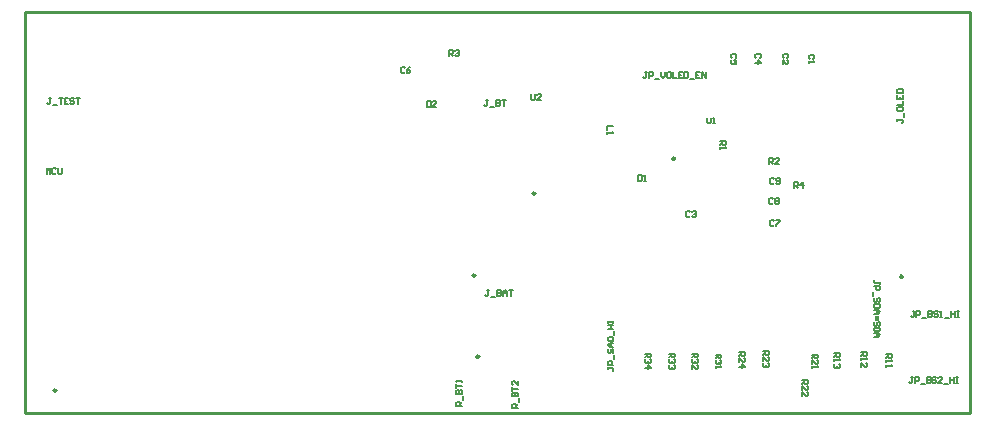
<source format=gto>
G04*
G04 #@! TF.GenerationSoftware,Altium Limited,Altium Designer,21.7.2 (23)*
G04*
G04 Layer_Color=65535*
%FSLAX25Y25*%
%MOIN*%
G70*
G04*
G04 #@! TF.SameCoordinates,B8BBB409-1C5D-4E28-8008-B1E3FC97E4F7*
G04*
G04*
G04 #@! TF.FilePolarity,Positive*
G04*
G01*
G75*
%ADD10C,0.01000*%
%ADD11C,0.00591*%
D10*
X216591Y84882D02*
G03*
X216591Y84882I-449J0D01*
G01*
X170055Y73228D02*
G03*
X170055Y73228I-449J0D01*
G01*
X10409Y7559D02*
G03*
X10409Y7559I-449J0D01*
G01*
X292496Y45551D02*
G03*
X292496Y45551I-449J0D01*
G01*
X150055Y45945D02*
G03*
X150055Y45945I-449J0D01*
G01*
X151315Y18898D02*
G03*
X151315Y18898I-449J0D01*
G01*
X0Y0D02*
X314961D01*
Y133858D01*
X0D02*
X314961D01*
X0Y0D02*
Y133858D01*
D11*
X258858Y11091D02*
X260825D01*
Y10107D01*
X260497Y9779D01*
X259841D01*
X259513Y10107D01*
Y11091D01*
Y10435D02*
X258858Y9779D01*
Y7811D02*
Y9123D01*
X260170Y7811D01*
X260497D01*
X260825Y8139D01*
Y8795D01*
X260497Y9123D01*
X258858Y5843D02*
Y7155D01*
X260170Y5843D01*
X260497D01*
X260825Y6171D01*
Y6827D01*
X260497Y7155D01*
X285006Y43042D02*
Y43698D01*
Y43370D01*
X283366D01*
X283038Y43698D01*
Y44026D01*
X283366Y44354D01*
X283038Y42386D02*
X285006D01*
Y41402D01*
X284678Y41074D01*
X284022D01*
X283694Y41402D01*
Y42386D01*
X282710Y40418D02*
Y39106D01*
X284678Y37138D02*
X285006Y37466D01*
Y38122D01*
X284678Y38450D01*
X284350D01*
X284022Y38122D01*
Y37466D01*
X283694Y37138D01*
X283366D01*
X283038Y37466D01*
Y38122D01*
X283366Y38450D01*
X285006Y36482D02*
X283038D01*
Y35498D01*
X283366Y35171D01*
X284678D01*
X285006Y35498D01*
Y36482D01*
X283038Y34514D02*
X284350D01*
X285006Y33859D01*
X284350Y33203D01*
X283038D01*
X284022D01*
Y34514D01*
X283694Y32547D02*
Y31235D01*
X284350Y32547D02*
Y31235D01*
X284678Y29267D02*
X285006Y29595D01*
Y30251D01*
X284678Y30579D01*
X284350D01*
X284022Y30251D01*
Y29595D01*
X283694Y29267D01*
X283366D01*
X283038Y29595D01*
Y30251D01*
X283366Y30579D01*
X285006Y28611D02*
X283038D01*
Y27627D01*
X283366Y27299D01*
X284678D01*
X285006Y27627D01*
Y28611D01*
X283038Y26643D02*
X284350D01*
X285006Y25987D01*
X284350Y25331D01*
X283038D01*
X284022D01*
Y26643D01*
X290604Y98205D02*
Y97549D01*
Y97877D01*
X292244D01*
X292572Y97549D01*
Y97221D01*
X292244Y96893D01*
X292900Y98861D02*
Y100173D01*
X290604Y101813D02*
Y101157D01*
X290932Y100829D01*
X292244D01*
X292572Y101157D01*
Y101813D01*
X292244Y102140D01*
X290932D01*
X290604Y101813D01*
Y102796D02*
X292572D01*
Y104108D01*
X290604Y106076D02*
Y104764D01*
X292572D01*
Y106076D01*
X291588Y104764D02*
Y105420D01*
X290604Y106732D02*
X292572D01*
Y107716D01*
X292244Y108044D01*
X290932D01*
X290604Y107716D01*
Y106732D01*
X296427Y34219D02*
X295771D01*
X296099D01*
Y32579D01*
X295771Y32251D01*
X295443D01*
X295115Y32579D01*
X297083Y32251D02*
Y34219D01*
X298067D01*
X298395Y33891D01*
Y33235D01*
X298067Y32907D01*
X297083D01*
X299051Y31923D02*
X300362D01*
X301018Y34219D02*
Y32251D01*
X302002D01*
X302330Y32579D01*
Y32907D01*
X302002Y33235D01*
X301018D01*
X302002D01*
X302330Y33563D01*
Y33891D01*
X302002Y34219D01*
X301018D01*
X304298Y33891D02*
X303970Y34219D01*
X303314D01*
X302986Y33891D01*
Y33563D01*
X303314Y33235D01*
X303970D01*
X304298Y32907D01*
Y32579D01*
X303970Y32251D01*
X303314D01*
X302986Y32579D01*
X304954Y32251D02*
X305610D01*
X305282D01*
Y34219D01*
X304954Y33891D01*
X306594Y31923D02*
X307906D01*
X308562Y34219D02*
Y32251D01*
Y33235D01*
X309874D01*
Y34219D01*
Y32251D01*
X310530Y34219D02*
X311186D01*
X310858D01*
Y32251D01*
X310530D01*
X311186D01*
X262402Y19619D02*
X264370D01*
Y18635D01*
X264042Y18307D01*
X263386D01*
X263058Y18635D01*
Y19619D01*
Y18963D02*
X262402Y18307D01*
Y16339D02*
Y17651D01*
X263714Y16339D01*
X264042D01*
X264370Y16667D01*
Y17323D01*
X264042Y17651D01*
X262402Y15683D02*
Y15027D01*
Y15355D01*
X264370D01*
X264042Y15683D01*
X295868Y12172D02*
X295213D01*
X295540D01*
Y10532D01*
X295213Y10204D01*
X294884D01*
X294556Y10532D01*
X296524Y10204D02*
Y12172D01*
X297508D01*
X297836Y11844D01*
Y11188D01*
X297508Y10860D01*
X296524D01*
X298492Y9876D02*
X299804D01*
X300460Y12172D02*
Y10204D01*
X301444D01*
X301772Y10532D01*
Y10860D01*
X301444Y11188D01*
X300460D01*
X301444D01*
X301772Y11516D01*
Y11844D01*
X301444Y12172D01*
X300460D01*
X303740Y11844D02*
X303412Y12172D01*
X302756D01*
X302428Y11844D01*
Y11516D01*
X302756Y11188D01*
X303412D01*
X303740Y10860D01*
Y10532D01*
X303412Y10204D01*
X302756D01*
X302428Y10532D01*
X305708Y10204D02*
X304396D01*
X305708Y11516D01*
Y11844D01*
X305380Y12172D01*
X304724D01*
X304396Y11844D01*
X306364Y9876D02*
X307676D01*
X308331Y12172D02*
Y10204D01*
Y11188D01*
X309643D01*
Y12172D01*
Y10204D01*
X310299Y12172D02*
X310955D01*
X310627D01*
Y10204D01*
X310299D01*
X310955D01*
X269489Y20176D02*
X271456D01*
Y19192D01*
X271128Y18864D01*
X270473D01*
X270145Y19192D01*
Y20176D01*
Y19520D02*
X269489Y18864D01*
Y18209D02*
Y17552D01*
Y17880D01*
X271456D01*
X271128Y18209D01*
Y16569D02*
X271456Y16241D01*
Y15585D01*
X271128Y15257D01*
X270800D01*
X270473Y15585D01*
Y15913D01*
Y15585D01*
X270145Y15257D01*
X269816D01*
X269489Y15585D01*
Y16241D01*
X269816Y16569D01*
X245866Y20734D02*
X247834D01*
Y19750D01*
X247506Y19422D01*
X246850D01*
X246522Y19750D01*
Y20734D01*
Y20078D02*
X245866Y19422D01*
Y17454D02*
Y18766D01*
X247178Y17454D01*
X247506D01*
X247834Y17782D01*
Y18438D01*
X247506Y18766D01*
Y16798D02*
X247834Y16470D01*
Y15814D01*
X247506Y15486D01*
X247178D01*
X246850Y15814D01*
Y16142D01*
Y15814D01*
X246522Y15486D01*
X246195D01*
X245866Y15814D01*
Y16470D01*
X246195Y16798D01*
X286874Y19660D02*
X288842D01*
Y18676D01*
X288514Y18348D01*
X287858D01*
X287530Y18676D01*
Y19660D01*
Y19004D02*
X286874Y18348D01*
Y17692D02*
Y17036D01*
Y17364D01*
X288842D01*
X288514Y17692D01*
X286874Y16052D02*
Y15396D01*
Y15724D01*
X288842D01*
X288514Y16052D01*
X278685Y20354D02*
X280653D01*
Y19370D01*
X280325Y19042D01*
X279669D01*
X279341Y19370D01*
Y20354D01*
Y19698D02*
X278685Y19042D01*
Y18386D02*
Y17730D01*
Y18058D01*
X280653D01*
X280325Y18386D01*
X278685Y15434D02*
Y16746D01*
X279997Y15434D01*
X280325D01*
X280653Y15762D01*
Y16418D01*
X280325Y16746D01*
X249673Y64042D02*
X249345Y64370D01*
X248689D01*
X248361Y64042D01*
Y62730D01*
X248689Y62402D01*
X249345D01*
X249673Y62730D01*
X250329Y64370D02*
X251641D01*
Y64042D01*
X250329Y62730D01*
Y62402D01*
X256234Y75000D02*
Y76968D01*
X257218D01*
X257546Y76640D01*
Y75984D01*
X257218Y75656D01*
X256234D01*
X256890D02*
X257546Y75000D01*
X259186D02*
Y76968D01*
X258202Y75984D01*
X259514D01*
X237993Y20340D02*
X239960D01*
Y19356D01*
X239632Y19028D01*
X238976D01*
X238648Y19356D01*
Y20340D01*
Y19684D02*
X237993Y19028D01*
Y17061D02*
Y18372D01*
X239304Y17061D01*
X239632D01*
X239960Y17389D01*
Y18045D01*
X239632Y18372D01*
X237993Y15421D02*
X239960D01*
X238976Y16405D01*
Y15093D01*
X230118Y19619D02*
X232086D01*
Y18635D01*
X231758Y18307D01*
X231102D01*
X230774Y18635D01*
Y19619D01*
Y18963D02*
X230118Y18307D01*
X231758Y17651D02*
X232086Y17323D01*
Y16667D01*
X231758Y16339D01*
X231430D01*
X231102Y16667D01*
Y16995D01*
Y16667D01*
X230774Y16339D01*
X230446D01*
X230118Y16667D01*
Y17323D01*
X230446Y17651D01*
X230118Y15683D02*
Y15027D01*
Y15355D01*
X232086D01*
X231758Y15683D01*
X222244Y19947D02*
X224212D01*
Y18963D01*
X223884Y18635D01*
X223228D01*
X222900Y18963D01*
Y19947D01*
Y19291D02*
X222244Y18635D01*
X223884Y17979D02*
X224212Y17651D01*
Y16995D01*
X223884Y16667D01*
X223556D01*
X223228Y16995D01*
Y17323D01*
Y16995D01*
X222900Y16667D01*
X222572D01*
X222244Y16995D01*
Y17651D01*
X222572Y17979D01*
X222244Y14699D02*
Y16011D01*
X223556Y14699D01*
X223884D01*
X224212Y15027D01*
Y15683D01*
X223884Y16011D01*
X214764Y19947D02*
X216732D01*
Y18963D01*
X216404Y18635D01*
X215748D01*
X215420Y18963D01*
Y19947D01*
Y19291D02*
X214764Y18635D01*
X216404Y17979D02*
X216732Y17651D01*
Y16995D01*
X216404Y16667D01*
X216076D01*
X215748Y16995D01*
Y17323D01*
Y16995D01*
X215420Y16667D01*
X215092D01*
X214764Y16995D01*
Y17651D01*
X215092Y17979D01*
X216404Y16011D02*
X216732Y15683D01*
Y15027D01*
X216404Y14699D01*
X216076D01*
X215748Y15027D01*
Y15355D01*
Y15027D01*
X215420Y14699D01*
X215092D01*
X214764Y15027D01*
Y15683D01*
X215092Y16011D01*
X206496Y19947D02*
X208464D01*
Y18963D01*
X208136Y18635D01*
X207480D01*
X207152Y18963D01*
Y19947D01*
Y19291D02*
X206496Y18635D01*
X208136Y17979D02*
X208464Y17651D01*
Y16995D01*
X208136Y16667D01*
X207808D01*
X207480Y16995D01*
Y17323D01*
Y16995D01*
X207152Y16667D01*
X206824D01*
X206496Y16995D01*
Y17651D01*
X206824Y17979D01*
X206496Y15027D02*
X208464D01*
X207480Y16011D01*
Y14699D01*
X194128Y15553D02*
Y14897D01*
Y15225D01*
X195768D01*
X196096Y14897D01*
Y14570D01*
X195768Y14242D01*
X196096Y16209D02*
X194128D01*
Y17193D01*
X194456Y17521D01*
X195112D01*
X195440Y17193D01*
Y16209D01*
X196423Y18177D02*
Y19489D01*
X194456Y21457D02*
X194128Y21129D01*
Y20473D01*
X194456Y20145D01*
X194784D01*
X195112Y20473D01*
Y21129D01*
X195440Y21457D01*
X195768D01*
X196096Y21129D01*
Y20473D01*
X195768Y20145D01*
X196096Y22113D02*
X194784D01*
X194128Y22769D01*
X194784Y23425D01*
X196096D01*
X195112D01*
Y22113D01*
X194456Y24081D02*
X194128Y24409D01*
Y25065D01*
X194456Y25393D01*
X195768D01*
X196096Y25065D01*
Y24409D01*
X195768Y24081D01*
X194456D01*
X196423Y26049D02*
Y27361D01*
X194128Y28017D02*
X196096D01*
X195112D01*
Y29329D01*
X194128D01*
X196096D01*
X194128Y29984D02*
Y30640D01*
Y30312D01*
X196096D01*
Y29984D01*
Y30640D01*
X262754Y118202D02*
X263082Y118530D01*
Y119186D01*
X262754Y119514D01*
X261442D01*
X261115Y119186D01*
Y118530D01*
X261442Y118202D01*
X261115Y117546D02*
Y116890D01*
Y117218D01*
X263082D01*
X262754Y117546D01*
X207294Y113841D02*
X206638D01*
X206966D01*
Y112201D01*
X206638Y111873D01*
X206310D01*
X205982Y112201D01*
X207950Y111873D02*
Y113841D01*
X208934D01*
X209262Y113513D01*
Y112857D01*
X208934Y112529D01*
X207950D01*
X209917Y111545D02*
X211229D01*
X211885Y113841D02*
Y112529D01*
X212541Y111873D01*
X213197Y112529D01*
Y113841D01*
X214837D02*
X214181D01*
X213853Y113513D01*
Y112201D01*
X214181Y111873D01*
X214837D01*
X215165Y112201D01*
Y113513D01*
X214837Y113841D01*
X215821D02*
Y111873D01*
X217133D01*
X219101Y113841D02*
X217789D01*
Y111873D01*
X219101D01*
X217789Y112857D02*
X218445D01*
X219757Y113841D02*
Y111873D01*
X220741D01*
X221069Y112201D01*
Y113513D01*
X220741Y113841D01*
X219757D01*
X221725Y111545D02*
X223037D01*
X225005Y113841D02*
X223692D01*
Y111873D01*
X225005D01*
X223692Y112857D02*
X224348D01*
X225660Y111873D02*
Y113841D01*
X226972Y111873D01*
Y113841D01*
X195866Y95800D02*
X193898D01*
Y94488D01*
Y93832D02*
Y93176D01*
Y93504D01*
X195866D01*
X195538Y93832D01*
X227428Y98622D02*
Y96982D01*
X227756Y96654D01*
X228412D01*
X228740Y96982D01*
Y98622D01*
X229396Y96654D02*
X230052D01*
X229724D01*
Y98622D01*
X229396Y98294D01*
X236770Y118530D02*
X237098Y118858D01*
Y119514D01*
X236770Y119842D01*
X235458D01*
X235130Y119514D01*
Y118858D01*
X235458Y118530D01*
X237098Y116562D02*
Y117874D01*
X236114D01*
X236442Y117218D01*
Y116890D01*
X236114Y116562D01*
X235458D01*
X235130Y116890D01*
Y117546D01*
X235458Y117874D01*
X254093Y118530D02*
X254421Y118858D01*
Y119514D01*
X254093Y119842D01*
X252781D01*
X252453Y119514D01*
Y118858D01*
X252781Y118530D01*
X252453Y116562D02*
Y117874D01*
X253765Y116562D01*
X254093D01*
X254421Y116890D01*
Y117546D01*
X254093Y117874D01*
X245038Y118530D02*
X245366Y118858D01*
Y119514D01*
X245038Y119842D01*
X243726D01*
X243398Y119514D01*
Y118858D01*
X243726Y118530D01*
X243398Y116890D02*
X245366D01*
X244382Y117874D01*
Y116562D01*
X221719Y67191D02*
X221391Y67519D01*
X220735D01*
X220407Y67191D01*
Y65879D01*
X220735Y65552D01*
X221391D01*
X221719Y65879D01*
X222375Y67191D02*
X222703Y67519D01*
X223359D01*
X223687Y67191D01*
Y66863D01*
X223359Y66535D01*
X223031D01*
X223359D01*
X223687Y66207D01*
Y65879D01*
X223359Y65552D01*
X222703D01*
X222375Y65879D01*
X204184Y79330D02*
Y77363D01*
X205168D01*
X205496Y77691D01*
Y79002D01*
X205168Y79330D01*
X204184D01*
X206152Y77363D02*
X206808D01*
X206480D01*
Y79330D01*
X206152Y79002D01*
X249278Y71522D02*
X248950Y71850D01*
X248294D01*
X247966Y71522D01*
Y70210D01*
X248294Y69882D01*
X248950D01*
X249278Y70210D01*
X249934Y71522D02*
X250262Y71850D01*
X250918D01*
X251246Y71522D01*
Y71194D01*
X250918Y70866D01*
X251246Y70538D01*
Y70210D01*
X250918Y69882D01*
X250262D01*
X249934Y70210D01*
Y70538D01*
X250262Y70866D01*
X249934Y71194D01*
Y71522D01*
X250262Y70866D02*
X250918D01*
X231693Y90682D02*
X233661D01*
Y89698D01*
X233333Y89370D01*
X232677D01*
X232349Y89698D01*
Y90682D01*
Y90026D02*
X231693Y89370D01*
Y88714D02*
Y88058D01*
Y88386D01*
X233661D01*
X233333Y88714D01*
X249672Y78215D02*
X249344Y78543D01*
X248688D01*
X248360Y78215D01*
Y76903D01*
X248688Y76575D01*
X249344D01*
X249672Y76903D01*
X250328D02*
X250656Y76575D01*
X251312D01*
X251640Y76903D01*
Y78215D01*
X251312Y78543D01*
X250656D01*
X250328Y78215D01*
Y77887D01*
X250656Y77559D01*
X251640D01*
X247966Y83268D02*
Y85236D01*
X248950D01*
X249278Y84908D01*
Y84252D01*
X248950Y83924D01*
X247966D01*
X248622D02*
X249278Y83268D01*
X251246D02*
X249934D01*
X251246Y84580D01*
Y84908D01*
X250918Y85236D01*
X250262D01*
X249934Y84908D01*
X154712Y40968D02*
X154056D01*
X154384D01*
Y39328D01*
X154056Y39000D01*
X153728D01*
X153400Y39328D01*
X155368Y38672D02*
X156680D01*
X157336Y40968D02*
Y39000D01*
X158320D01*
X158648Y39328D01*
Y39656D01*
X158320Y39984D01*
X157336D01*
X158320D01*
X158648Y40312D01*
Y40640D01*
X158320Y40968D01*
X157336D01*
X159304Y39000D02*
Y40312D01*
X159959Y40968D01*
X160616Y40312D01*
Y39000D01*
Y39984D01*
X159304D01*
X161271Y40968D02*
X162583D01*
X161927D01*
Y39000D01*
X168600Y106568D02*
Y104928D01*
X168928Y104600D01*
X169584D01*
X169912Y104928D01*
Y106568D01*
X171880Y104600D02*
X170568D01*
X171880Y105912D01*
Y106240D01*
X171552Y106568D01*
X170896D01*
X170568Y106240D01*
X154312Y104568D02*
X153656D01*
X153984D01*
Y102928D01*
X153656Y102600D01*
X153328D01*
X153000Y102928D01*
X154968Y102272D02*
X156280D01*
X156936Y104568D02*
Y102600D01*
X157920D01*
X158248Y102928D01*
Y103256D01*
X157920Y103584D01*
X156936D01*
X157920D01*
X158248Y103912D01*
Y104240D01*
X157920Y104568D01*
X156936D01*
X158904D02*
X160215D01*
X159560D01*
Y102600D01*
X164206Y1708D02*
X162238D01*
Y2692D01*
X162566Y3019D01*
X163222D01*
X163550Y2692D01*
Y1708D01*
Y2363D02*
X164206Y3019D01*
X164534Y3675D02*
Y4987D01*
X162238Y5643D02*
X164206D01*
Y6627D01*
X163878Y6955D01*
X163550D01*
X163222Y6627D01*
Y5643D01*
Y6627D01*
X162894Y6955D01*
X162566D01*
X162238Y6627D01*
Y5643D01*
Y7611D02*
Y8923D01*
Y8267D01*
X164206D01*
Y10891D02*
Y9579D01*
X162894Y10891D01*
X162566D01*
X162238Y10563D01*
Y9907D01*
X162566Y9579D01*
X145702Y2429D02*
X143734D01*
Y3413D01*
X144062Y3741D01*
X144718D01*
X145046Y3413D01*
Y2429D01*
Y3085D02*
X145702Y3741D01*
X146030Y4397D02*
Y5709D01*
X143734Y6365D02*
X145702D01*
Y7349D01*
X145374Y7677D01*
X145046D01*
X144718Y7349D01*
Y6365D01*
Y7349D01*
X144390Y7677D01*
X144062D01*
X143734Y7349D01*
Y6365D01*
Y8333D02*
Y9645D01*
Y8989D01*
X145702D01*
Y10301D02*
Y10957D01*
Y10629D01*
X143734D01*
X144062Y10301D01*
X8512Y105068D02*
X7856D01*
X8184D01*
Y103428D01*
X7856Y103100D01*
X7528D01*
X7200Y103428D01*
X9168Y102772D02*
X10480D01*
X11136Y105068D02*
X12448D01*
X11792D01*
Y103100D01*
X14415Y105068D02*
X13104D01*
Y103100D01*
X14415D01*
X13104Y104084D02*
X13759D01*
X16383Y104740D02*
X16055Y105068D01*
X15399D01*
X15071Y104740D01*
Y104412D01*
X15399Y104084D01*
X16055D01*
X16383Y103756D01*
Y103428D01*
X16055Y103100D01*
X15399D01*
X15071Y103428D01*
X17039Y105068D02*
X18351D01*
X17695D01*
Y103100D01*
X141273Y119095D02*
Y121063D01*
X142257D01*
X142585Y120735D01*
Y120079D01*
X142257Y119751D01*
X141273D01*
X141929D02*
X142585Y119095D01*
X143241Y120735D02*
X143569Y121063D01*
X144225D01*
X144553Y120735D01*
Y120407D01*
X144225Y120079D01*
X143897D01*
X144225D01*
X144553Y119751D01*
Y119423D01*
X144225Y119095D01*
X143569D01*
X143241Y119423D01*
X7100Y79700D02*
Y81668D01*
X7756Y81012D01*
X8412Y81668D01*
Y79700D01*
X10380Y81340D02*
X10052Y81668D01*
X9396D01*
X9068Y81340D01*
Y80028D01*
X9396Y79700D01*
X10052D01*
X10380Y80028D01*
X11036Y81668D02*
Y80028D01*
X11364Y79700D01*
X12020D01*
X12348Y80028D01*
Y81668D01*
X133793Y104133D02*
Y102166D01*
X134777D01*
X135105Y102494D01*
Y103806D01*
X134777Y104133D01*
X133793D01*
X137073Y102166D02*
X135761D01*
X137073Y103478D01*
Y103806D01*
X136745Y104133D01*
X136089D01*
X135761Y103806D01*
X126444Y115223D02*
X126116Y115551D01*
X125460D01*
X125132Y115223D01*
Y113911D01*
X125460Y113583D01*
X126116D01*
X126444Y113911D01*
X128411Y115551D02*
X127756Y115223D01*
X127100Y114567D01*
Y113911D01*
X127428Y113583D01*
X128084D01*
X128411Y113911D01*
Y114239D01*
X128084Y114567D01*
X127100D01*
M02*

</source>
